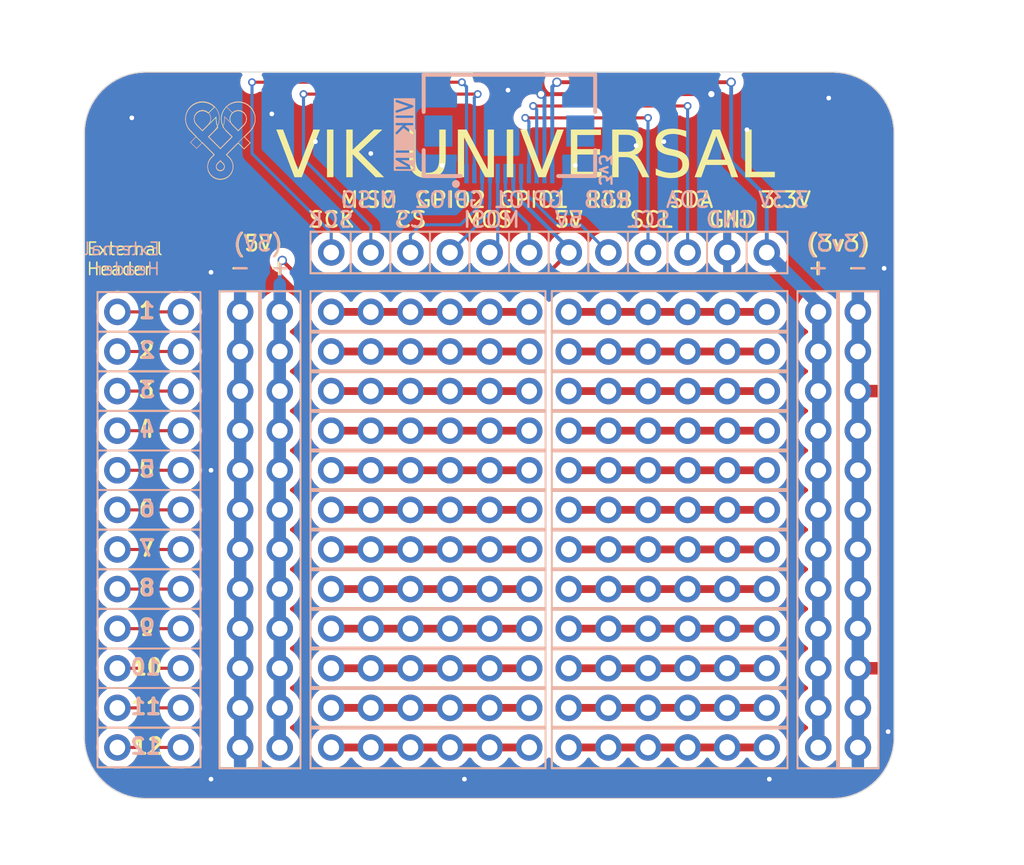
<source format=kicad_pcb>
(kicad_pcb (version 20221018) (generator pcbnew)
  (layers (0 "F.Cu" signal) (31 "B.Cu" signal) (34 "B.Paste" user) (35 "F.Paste" user) (36 "B.SilkS" user "B.Silkscreen") (37 "F.SilkS" user "F.Silkscreen") (38 "B.Mask" user) (39 "F.Mask" user) (44 "Edge.Cuts" user))
  (net 0 "")
  (net 1 "GND")
  (net 2 "VDD_5V")
  (net 3 "VDD_3.3V")
  (net 4 "CS")
  (net 5 "GPIO_AD2")
  (net 6 "RGB_LED_IN")
  (net 7 "SCLK")
  (net 8 "MOSI")
  (net 9 "MISO")
  (net 10 "SCL")
  (net 11 "SDA")
  (net 12 "GPIO_AD1")
  (net 13 "Net-(J1001-Pin_1)")
  (net 14 "Net-(J1001-Pin_2)")
  (net 15 "Net-(J1001-Pin_3)")
  (net 16 "Net-(J1001-Pin_4)")
  (net 17 "Net-(J1001-Pin_5)")
  (net 18 "Net-(J1001-Pin_6)")
  (net 19 "Net-(J1001-Pin_7)")
  (net 20 "Net-(J1001-Pin_8)")
  (net 21 "Net-(J1001-Pin_9)")
  (net 22 "Net-(J1001-Pin_10)")
  (net 23 "Net-(J1001-Pin_11)")
  (net 24 "Net-(J1001-Pin_12)")
  (net 25 "Net-(J1005-Pin_1)")
  (net 26 "Net-(J1005-Pin_10)")
  (net 27 "Net-(J1006-Pin_1)")
  (net 28 "Net-(J1006-Pin_10)")
  (net 29 "Net-(J1007-Pin_1)")
  (net 30 "Net-(J1007-Pin_10)")
  (net 31 "Net-(J1008-Pin_1)")
  (net 32 "Net-(J1008-Pin_10)")
  (net 33 "Net-(J1009-Pin_1)")
  (net 34 "Net-(J1009-Pin_10)")
  (net 35 "Net-(J1010-Pin_1)")
  (net 36 "Net-(J1010-Pin_10)")
  (net 37 "Net-(J1012-Pin_1)")
  (net 38 "Net-(J1012-Pin_10)")
  (net 39 "Net-(J1013-Pin_1)")
  (net 40 "Net-(J1013-Pin_10)")
  (net 41 "Net-(J1014-Pin_1)")
  (net 42 "Net-(J1014-Pin_10)")
  (net 43 "Net-(J1018-Pin_1)")
  (net 44 "Net-(J1018-Pin_10)")
  (net 45 "Net-(J1019-Pin_1)")
  (net 46 "Net-(J1019-Pin_10)")
  (net 47 "Net-(J1020-Pin_1)")
  (net 48 "Net-(J1020-Pin_10)")
  (footprint "fingerpunch:PinSocket_1x12_P2.54mm_Vertical_FullSilk" (layer "F.Cu") (at 76.545194 101.6)
    (fp_text reference "J1011" hide)
    (fp_text value "Conn_01x01_Socket")
  )
  (footprint "fingerpunch:PinSocket_1x12_P2.54mm_Vertical_6x6_SplitSilk" (layer "F.Cu") (at 79.847194 101.6 90)
    (fp_text reference "J1005" hide)
    (fp_text value "Conn_01x01_Socket")
  )
  (footprint "fingerpunch:PinSocket_1x12_P2.54mm_Vertical_6x6_SplitSilk" (layer "F.Cu") (at 79.847194 116.84 90)
    (fp_text reference "J1012" hide)
    (fp_text value "Conn_01x01_Socket")
  )
  (footprint "fingerpunch:PinSocket_1x12_P2.54mm_Vertical_6x6_SplitSilk" (layer "F.Cu") (at 79.847194 111.76 90)
    (fp_text reference "J1009" hide)
    (fp_text value "Conn_01x01_Socket")
  )
  (footprint "local:fingerpunch-logo-small" (layer "F.Cu") (at 72.735194 90.424)
    (fp_text reference "REF**" hide)
    (fp_text value "fingerpunch-logo-small" hide)
  )
  (footprint "fingerpunch:PinSocket_1x12_P2.54mm_Vertical_6x6_SplitSilk" (layer "F.Cu") (at 79.847194 109.22 90)
    (fp_text reference "J1008" hide)
    (fp_text value "Conn_01x01_Socket")
  )
  (footprint "fingerpunch:PinSocket_1x12_P2.54mm_Vertical_6x6_SplitSilk" (layer "F.Cu") (at 79.847194 127 90)
    (fp_text reference "J1019" hide)
    (fp_text value "Conn_01x01_Socket")
  )
  (footprint "fingerpunch:PinSocket_1x12_P2.54mm_Vertical_NoSilk" (layer "F.Cu") (at 70.195194 101.6)
    (fp_text reference "J1002" hide)
    (fp_text value "Conn_01x01_Socket")
  )
  (footprint "" (layer "F.Cu") (at 81.648 103.761999)
    (fp_text reference "")
    (fp_text value "")
  )
  (footprint "fingerpunch:PinSocket_1x12_P2.54mm_Vertical_6x6_SplitSilk" (layer "F.Cu") (at 79.847194 119.38 90)
    (fp_text reference "J1013" hide)
    (fp_text value "Conn_01x01_Socket")
  )
  (footprint "fingerpunch:PinSocket_1x12_P2.54mm_Vertical_IndividualSilk" (layer "F.Cu") (at 79.847194 97.79 90)
    (fp_text reference "J1004" hide)
    (fp_text value "Conn_01x01_Socket")
  )
  (footprint "" (layer "F.Cu") (at 81.648 103.761999)
    (fp_text reference "")
    (fp_text value "")
  )
  (footprint "fingerpunch:PinSocket_1x12_P2.54mm_Vertical_FullSilk" (layer "F.Cu") (at 74.005194 101.6)
    (fp_text reference "J1015" hide)
    (fp_text value "Conn_01x01_Socket")
  )
  (footprint "fingerpunch:PinSocket_1x12_P2.54mm_Vertical_6x6_SplitSilk" (layer "F.Cu") (at 79.847194 114.3 90)
    (fp_text reference "J1010" hide)
    (fp_text value "Conn_01x01_Socket")
  )
  (footprint "fingerpunch:PinSocket_1x12_P2.54mm_Vertical_6x6_SplitSilk" (layer "F.Cu") (at 79.847194 106.68 90)
    (fp_text reference "J1007" hide)
    (fp_text value "Conn_01x01_Socket")
  )
  (footprint "fingerpunch:PinSocket_1x12_P2.54mm_Vertical_6x6_SplitSilk" (layer "F.Cu") (at 79.847194 129.54 90)
    (fp_text reference "J1020" hide)
    (fp_text value "Conn_01x01_Socket")
  )
  (footprint "fingerpunch:PinSocket_1x12_P2.54mm_Vertical_FullSilk" (layer "F.Cu") (at 113.629194 101.6)
    (fp_text reference "J1017" hide)
    (fp_text value "Conn_01x01_Socket")
  )
  (footprint "fingerpunch:PinSocket_1x12_P2.54mm_Vertical_6x6_SplitSilk" (layer "F.Cu") (at 79.847194 121.92 90)
    (fp_text reference "J1014" hide)
    (fp_text value "Conn_01x01_Socket")
  )
  (footprint "fingerpunch:PinSocket_1x12_P2.54mm_Vertical_6x6_SplitSilk" (layer "F.Cu") (at 79.847194 104.14 90)
    (fp_text reference "J1006" hide)
    (fp_text value "Conn_01x01_Socket")
  )
  (footprint "fingerpunch:PinSocket_1x12_P2.54mm_Vertical_FullSilk" (layer "F.Cu") (at 111.089194 101.6)
    (fp_text reference "J1016" hide)
    (fp_text value "Conn_01x01_Socket")
  )
  (footprint "fingerpunch:PinSocket_1x12_P2.54mm_Vertical_6x6_SplitSilk" (layer "F.Cu") (at 79.847194 124.46 90)
    (fp_text reference "J1018" hide)
    (fp_text value "Conn_01x01_Socket")
  )
  (footprint "fingerpunch:PinSocket_1x12_P2.54mm_Vertical_NoSilk" (layer "B.Cu") (at 66.131194 101.6 180)
    (fp_text reference "J1001" hide)
    (fp_text value "Conn_01x01_Socket")
  )
  (footprint "vik:vik-module-connector-horizontal" (layer "B.Cu") (at 91.277194 90.686)
    (fp_text reference "J1003" hide)
    (fp_text value "~" hide)
  )
  (footprint "local:fingerpunch-logo-small" (layer "B.Cu") (at 72.735194 90.394 180)
    (fp_text reference "REF**" hide)
    (fp_text value "fingerpunch-logo-small" hide)
  )
  (gr_rect (start 64.861194 128.27) (end 71.465194 125.73) (stroke (width 0.12)) (fill none) (layer "B.SilkS"))
  (gr_rect (start 64.861194 125.73) (end 71.465194 123.19) (stroke (width 0.12)) (fill none) (layer "B.SilkS"))
  (gr_rect (start 64.861194 130.81) (end 71.465194 128.27) (stroke (width 0.12)) (fill none) (layer "B.SilkS"))
  (gr_rect (start 64.861194 102.87) (end 71.465194 100.33) (stroke (width 0.12)) (fill none) (layer "B.SilkS"))
  (gr_rect (start 64.861194 110.49) (end 71.465194 107.95) (stroke (width 0.12)) (fill none) (layer "B.SilkS"))
  (gr_rect (start 64.861194 123.19) (end 71.465194 120.65) (stroke (width 0.12)) (fill none) (layer "B.SilkS"))
  (gr_rect (start 64.861194 118.11) (end 71.465194 115.57) (stroke (width 0.12)) (fill none) (layer "B.SilkS"))
  (gr_rect (start 64.861194 113.03) (end 71.465194 110.49) (stroke (width 0.12)) (fill none) (layer "B.SilkS"))
  (gr_rect (start 64.861194 107.95) (end 71.465194 105.41) (stroke (width 0.12)) (fill none) (layer "B.SilkS"))
  (gr_rect (start 64.861194 105.41) (end 71.465194 102.87) (stroke (width 0.12)) (fill none) (layer "B.SilkS"))
  (gr_rect (start 64.861194 120.65) (end 71.465194 118.11) (stroke (width 0.12)) (fill none) (layer "B.SilkS"))
  (gr_rect (start 64.861194 115.57) (end 71.465194 113.03) (stroke (width 0.12)) (fill none) (layer "B.SilkS"))
  (gr_rect (start 64.861194 107.95) (end 71.465194 110.49) (stroke (width 0.12)) (fill none) (layer "F.SilkS"))
  (gr_rect (start 64.861194 128.27) (end 71.465194 130.81) (stroke (width 0.12)) (fill none) (layer "F.SilkS"))
  (gr_rect (start 64.861194 113.03) (end 71.465194 115.57) (stroke (width 0.12)) (fill none) (layer "F.SilkS"))
  (gr_rect (start 64.861194 105.41) (end 71.465194 107.95) (stroke (width 0.12)) (fill none) (layer "F.SilkS"))
  (gr_rect (start 64.861194 120.65) (end 71.465194 123.19) (stroke (width 0.12)) (fill none) (layer "F.SilkS"))
  (gr_rect (start 64.861194 125.73) (end 71.465194 128.27) (stroke (width 0.12)) (fill none) (layer "F.SilkS"))
  (gr_rect (start 64.861194 123.19) (end 71.465194 125.73) (stroke (width 0.12)) (fill none) (layer "F.SilkS"))
  (gr_rect (start 64.861194 102.87) (end 71.465194 105.41) (stroke (width 0.12)) (fill none) (layer "F.SilkS"))
  (gr_rect (start 64.861194 115.57) (end 71.465194 118.11) (stroke (width 0.12)) (fill none) (layer "F.SilkS"))
  (gr_rect (start 64.861194 110.49) (end 71.465194 113.03) (stroke (width 0.12)) (fill none) (layer "F.SilkS"))
  (gr_rect (start 64.861194 118.11) (end 71.465194 120.65) (stroke (width 0.12)) (fill none) (layer "F.SilkS"))
  (gr_rect (start 64.861194 100.33) (end 71.465194 102.87) (stroke (width 0.12)) (fill none) (layer "F.SilkS"))
  (gr_arc (start 112.024194 86.212271) (mid 114.810209 87.366266) (end 115.964194 90.152271) (stroke (width 0.05)) (layer "Edge.Cuts"))
  (gr_line (start 64.004194 90.152271) (end 64.004194 128.882271) (stroke (width 0.05)) (layer "Edge.Cuts"))
  (gr_line (start 115.964194 128.882271) (end 115.964194 90.152271) (stroke (width 0.05)) (layer "Edge.Cuts"))
  (gr_line (start 112.024194 86.212271) (end 67.944194 86.212271) (stroke (width 0.05)) (layer "Edge.Cuts"))
  (gr_arc (start 67.944194 132.822271) (mid 65.158207 131.668268) (end 64.004194 128.882271) (stroke (width 0.05)) (layer "Edge.Cuts"))
  (gr_line (start 67.944194 132.822271) (end 112.024194 132.822271) (stroke (width 0.05)) (layer "Edge.Cuts"))
  (gr_arc (start 115.964194 128.882271) (mid 114.810205 131.668288) (end 112.024194 132.822271) (stroke (width 0.05)) (layer "Edge.Cuts"))
  (gr_arc (start 64.004194 90.152271) (mid 65.158193 87.366271) (end 67.944194 86.212271) (stroke (width 0.05)) (layer "Edge.Cuts"))
  (gr_text "-" (at 114.391194 99.314) (layer "B.SilkS") (effects (font (size 1 1)) (justify left bottom mirror)))
  (gr_text "6" (at 68.671194 114.808) (layer "B.SilkS") (effects (font (size 1 1) (thickness 0.2) bold) (justify left bottom mirror)))
  (gr_text "1" (at 68.671194 102.108) (layer "B.SilkS") (effects (font (size 1 1) (thickness 0.2) bold) (justify left bottom mirror)))
  (gr_text "GPIO1" (at 94.833194 94.996) (layer "B.SilkS") (effects (font (size 1 1)) (justify left bottom mirror)))
  (gr_text "CS" (at 85.943194 96.266) (layer "B.SilkS") (effects (font (size 1 1)) (justify left bottom mirror)))
  (gr_text "7" (at 68.671194 117.348) (layer "B.SilkS") (effects (font (size 1 1) (thickness 0.2) bold) (justify left bottom mirror)))
  (gr_text "MOSI" (at 92.039194 96.266) (layer "B.SilkS") (effects (font (size 1 1)) (justify left bottom mirror)))
  (gr_text "(5V)" (at 76.799194 97.79) (layer "B.SilkS") (effects (font (size 1 1)) (justify left bottom mirror)))
  (gr_text "5" (at 68.671194 112.268) (layer "B.SilkS") (effects (font (size 1 1) (thickness 0.2) bold) (justify left bottom mirror)))
  (gr_text "External\nHeader" (at 68.925194 99.314) (layer "B.SilkS") (effects (font (size 0.8 0.8) (thickness 0.1)) (justify left bottom mirror)))
  (gr_text "2" (at 68.671194 104.648) (layer "B.SilkS") (effects (font (size 1 1) (thickness 0.2) bold) (justify left bottom mirror)))
  (gr_text "4" (at 68.671194 109.728) (layer "B.SilkS") (effects (font (size 1 1) (thickness 0.2) bold) (justify left bottom mirror)))
  (gr_text "(3v3)" (at 114.391194 97.79) (layer "B.SilkS") (effects (font (size 1 1)) (justify left bottom mirror)))
  (gr_text "+" (at 111.851194 99.314) (layer "B.SilkS") (effects (font (size 1 1)) (justify left bottom mirror)))
  (gr_text "SCL" (at 101.691194 96.266) (layer "B.SilkS") (effects (font (size 1 1)) (justify left bottom mirror)))
  (gr_text "+" (at 77.307194 99.314) (layer "B.SilkS") (effects (font (size 1 1)) (justify left bottom mirror)))
  (gr_text "RGB" (at 99.151194 94.996) (layer "B.SilkS") (effects (font (size 1 1)) (justify left bottom mirror)))
  (gr_text "8" (at 68.671194 119.888) (layer "B.SilkS") (effects (font (size 1 1) (thickness 0.2) bold) (justify left bottom mirror)))
  (gr_text "11" (at 69.025194 127.508) (layer "B.SilkS") (effects (font (size 1 1) (thickness 0.2) bold) (justify left bottom mirror)))
  (gr_text "9" (at 68.671194 122.428) (layer "B.SilkS") (effects (font (size 1 1) (thickness 0.2) bold) (justify left bottom mirror)))
  (gr_text "3" (at 68.671194 107.188) (layer "B.SilkS") (effects (font (size 1 1) (thickness 0.2) bold) (justify left bottom mirror)))
  (gr_text "-" (at 74.767194 99.314) (layer "B.SilkS") (effects (font (size 1 1)) (justify left bottom mirror)))
  (gr_text "3.3V" (at 110.581194 94.996) (layer "B.SilkS") (effects (font (size 1 1)) (justify left bottom mirror)))
  (gr_text "SCK" (at 81.371194 96.266) (layer "B.SilkS") (effects (font (size 1 1)) (justify left bottom mirror)))
  (gr_text "MISO" (at 84.165194 94.996) (layer "B.SilkS") (effects (font (size 1 1)) (justify left bottom mirror)))
  (gr_text "10" (at 69.025194 124.968) (layer "B.SilkS") (effects (font (size 1 1) (thickness 0.2) bold) (justify left bottom mirror)))
  (gr_text "SDA" (at 104.231194 94.996) (layer "B.SilkS") (effects (font (size 1 1)) (justify left bottom mirror)))
  (gr_text "12" (at 69.025194 130.048) (layer "B.SilkS") (effects (font (size 1 1) (thickness 0.2) bold) (justify left bottom mirror)))
  (gr_text "GND" (at 107.025194 96.266) (layer "B.SilkS") (effects (font (size 1 1)) (justify left bottom mirror)))
  (gr_text "GPIO2" (at 89.753194 94.996) (layer "B.SilkS") (effects (font (size 1 1)) (justify left bottom mirror)))
  (gr_text "5V" (at 96.103194 96.266) (layer "B.SilkS") (effects (font (size 1 1)) (justify left bottom mirror)))
  (gr_text "-" (at 73.243194 99.314) (layer "F.SilkS") (effects (font (size 1 1)) (justify left bottom)))
  (gr_text "5" (at 67.401194 112.268) (layer "F.SilkS") (effects (font (size 1 1) (thickness 0.2) bold) (justify left bottom)))
  (gr_text "-" (at 112.867194 99.314) (layer "F.SilkS") (effects (font (size 1 1)) (justify left bottom)))
  (gr_text "3.3V" (at 107.279194 94.996) (layer "F.SilkS") (effects (font (size 1 1)) (justify left bottom)))
  (gr_text "11" (at 66.893194 127.508) (layer "F.SilkS") (effects (font (size 1 1) (thickness 0.2) bold) (justify left bottom)))
  (gr_text "SCK" (at 78.323194 96.266) (layer "F.SilkS") (effects (font (size 1 1)) (justify left bottom)))
  (gr_text "+" (at 110.327194 99.314) (layer "F.SilkS") (effects (font (size 1 1)) (justify left bottom)))
  (gr_text "7" (at 67.401194 117.348) (layer "F.SilkS") (effects (font (size 1 1) (thickness 0.2) bold) (justify left bottom)))
  (gr_text "+" (at 75.783194 99.314) (layer "F.SilkS") (effects (font (size 1 1)) (justify left bottom)))
  (gr_text "1" (at 67.401194 102.108) (layer "F.SilkS") (effects (font (size 1 1) (thickness 0.2) bold) (justify left bottom)))
  (gr_text "3" (at 67.401194 107.188) (layer "F.SilkS") (effects (font (size 1 1) (thickness 0.2) bold) (justify left bottom)))
  (gr_text "CS" (at 83.911194 96.266) (layer "F.SilkS") (effects (font (size 1 1)) (justify left bottom)))
  (gr_text "2" (at 67.401194 104.648) (layer "F.SilkS") (effects (font (size 1 1) (thickness 0.2) bold) (justify left bottom)))
  (gr_text "MISO" (at 80.355194 94.996) (layer "F.SilkS") (effects (font (size 1 1)) (justify left bottom)))
  (gr_text "9" (at 67.401194 122.428) (layer "F.SilkS") (effects (font (size 1 1) (thickness 0.2) bold) (justify left bottom)))
  (gr_text "8" (at 67.401194 119.888) (layer "F.SilkS") (effects (font (size 1 1) (thickness 0.2) bold) (justify left bottom)))
  (gr_text "VIK UNIVERSAL" (at 76.291194 93.472) (layer "F.SilkS") (effects (font (size 3 3) (thickness 0.75)) (justify left bottom)))
  (gr_text "External\nHeader" (at 64.099194 99.314) (layer "F.SilkS") (effects (font (size 0.8 0.8) (thickness 0.1)) (justify left bottom)))
  (gr_text "(3v3)" (at 110.327194 97.79) (layer "F.SilkS") (effects (font (size 1 1)) (justify left bottom)))
  (gr_text "SCL" (at 98.897194 96.266) (layer "F.SilkS") (effects (font (size 1 1)) (justify left bottom)))
  (gr_text "GND" (at 103.977194 96.266) (layer "F.SilkS") (effects (font (size 1 1)) (justify left bottom)))
  (gr_text "SDA" (at 101.437194 94.996) (layer "F.SilkS") (effects (font (size 1 1)) (justify left bottom)))
  (gr_text "GPIO1" (at 90.515194 94.996) (layer "F.SilkS") (effects (font (size 1 1)) (justify left bottom)))
  (gr_text "5V" (at 94.071194 96.266) (layer "F.SilkS") (effects (font (size 1 1)) (justify left bottom)))
  (gr_text "RGB" (at 96.103194 94.996) (layer "F.SilkS") (effects (font (size 1 1)) (justify left bottom)))
  (gr_text "GPIO2" (at 85.181194 94.996) (layer "F.SilkS") (effects (font (size 1 1)) (justify left bottom)))
  (gr_text "4" (at 67.401194 109.728) (layer "F.SilkS") (effects (font (size 1 1) (thickness 0.2) bold) (justify left bottom)))
  (gr_text "(5V)" (at 73.497194 97.79) (layer "F.SilkS") (effects (font (size 1 1)) (justify left bottom)))
  (gr_text "6" (at 67.401194 114.808) (layer "F.SilkS") (effects (font (size 1 1) (thickness 0.2) bold) (justify left bottom)))
  (gr_text "10" (at 66.943194 124.968) (layer "F.SilkS") (effects (font (size 1 1) (thickness 0.2) bold) (justify left bottom)))
  (gr_text "12" (at 66.993194 130.048) (layer "F.SilkS") (effects (font (size 1 1) (thickness 0.2) bold) (justify left bottom)))
  (gr_text "MOSI" (at 88.229194 96.266) (layer "F.SilkS") (effects (font (size 1 1)) (justify left bottom)))
  (segment (start 113.629194 106.68) (end 115.062 106.68) (width 0.8) (layer "F.Cu") (net 1))
  (segment (start 104.231194 87.63) (end 93.309194 87.63) (width 0.25) (layer "F.Cu") (net 1))
  (segment (start 113.629194 124.46) (end 115.062 124.46) (width 0.8) (layer "F.Cu") (net 1))
  (via (at 104.231194 87.63) (size 0.6) (drill 0.4) (layers "F.Cu" "B.Cu") (net 1))
  (via (at 106.517194 89.916) (size 0.5) (drill 0.3) (layers "F.Cu" "B.Cu") (net 1))
  (via (at 93.309194 87.63) (size 0.6) (drill 0.4) (layers "F.Cu" "B.Cu") (net 1))
  (via (at 91.186 87.376) (size 0.5) (drill 0.3) (layers "F.Cu" "B.Cu") (net 1))
  (via (at 95.504 92.202) (size 0.5) (drill 0.3) (layers "F.Cu" "B.Cu") (net 1))
  (via (at 67.056 89.154) (size 0.5) (drill 0.3) (layers "F.Cu" "B.Cu") (net 1))
  (via (at 99.405194 90.932) (size 0.5) (drill 0.3) (layers "F.Cu" "B.Cu") (net 1))
  (via (at 76.037194 88.9) (size 0.5) (drill 0.3) (layers "F.Cu" "B.Cu") (net 1))
  (via (at 111.76 87.884) (size 0.5) (drill 0.3) (layers "F.Cu" "B.Cu") (net 1))
  (via (at 78.831194 90.678) (size 0.5) (drill 0.3) (layers "F.Cu" "B.Cu") (net 1))
  (via (at 115.316 98.806) (size 0.5) (drill 0.3) (layers "F.Cu" "B.Cu") (net 1))
  (via (at 72.136 131.572) (size 0.5) (drill 0.3) (layers "F.Cu" "B.Cu") (net 1))
  (via (at 107.95 131.572) (size 0.5) (drill 0.3) (layers "F.Cu" "B.Cu") (net 1))
  (via (at 82.387194 91.44) (size 0.5) (drill 0.3) (layers "F.Cu" "B.Cu") (net 1))
  (via (at 72.136 111.76) (size 0.5) (drill 0.3) (layers "F.Cu" "B.Cu") (net 1))
  (via (at 115.57 128.524) (size 0.5) (drill 0.3) (layers "F.Cu" "B.Cu") (net 1))
  (via (at 88.392 131.572) (size 0.5) (drill 0.3) (layers "F.Cu" "B.Cu") (net 1))
  (via (at 72.136 99.06) (size 0.5) (drill 0.3) (layers "F.Cu" "B.Cu") (net 1))
  (via (at 101.183194 90.678) (size 0.5) (drill 0.3) (layers "F.Cu" "B.Cu") (net 1))
  (via (at 86.959194 92.202) (size 0.5) (drill 0.3) (layers "F.Cu" "B.Cu") (net 1))
  (segment (start 113.629194 121.92) (end 113.629194 124.46) (width 0.8) (layer "B.Cu") (net 1))
  (segment (start 113.629194 124.46) (end 113.629194 127) (width 0.8) (layer "B.Cu") (net 1))
  (segment (start 113.629194 114.3) (end 113.629194 116.84) (width 0.8) (layer "B.Cu") (net 1))
  (segment (start 74.005194 116.84) (end 74.005194 119.38) (width 0.8) (layer "B.Cu") (net 1))
  (segment (start 74.005194 109.22) (end 74.005194 111.76) (width 0.8) (layer "B.Cu") (net 1))
  (segment (start 74.005194 106.68) (end 74.005194 109.22) (width 0.8) (layer "B.Cu") (net 1))
  (segment (start 74.005194 127) (end 74.005194 129.54) (width 0.8) (layer "B.Cu") (net 1))
  (segment (start 105.247194 93.98) (end 105.247194 97.79) (width 0.25) (layer "B.Cu") (net 1))
  (segment (start 74.005194 119.38) (end 74.005194 121.92) (width 0.8) (layer "B.Cu") (net 1))
  (segment (start 93.309194 87.63) (end 93.527194 87.848) (width 0.25) (layer "B.Cu") (net 1))
  (segment (start 113.629194 129.54) (end 113.629194 131.318) (width 0.8) (layer "B.Cu") (net 1))
  (segment (start 74.005194 124.46) (end 74.005194 127) (width 0.8) (layer "B.Cu") (net 1))
  (segment (start 113.629194 119.38) (end 113.629194 121.92) (width 0.8) (layer "B.Cu") (net 1))
  (segment (start 74.005194 101.6) (end 74.005194 104.14) (width 0.8) (layer "B.Cu") (net 1))
  (segment (start 74.005194 104.14) (end 74.005194 106.68) (width 0.8) (layer "B.Cu") (net 1))
  (segment (start 74.005194 111.76) (end 74.005194 114.3) (width 0.8) (layer "B.Cu") (net 1))
  (segment (start 93.527194 87.848) (end 93.527194 92.724) (width 0.25) (layer "B.Cu") (net 1))
  (segment (start 113.629194 104.14) (end 113.629194 106.68) (width 0.8) (layer "B.Cu") (net 1))
  (segment (start 74.005194 101.6) (end 74.005194 99.822) (width 0.8) (layer "B.Cu") (net 1))
  (segment (start 113.629194 111.76) (end 113.629194 114.3) (width 0.8) (layer "B.Cu") (net 1))
  (segment (start 113.629194 127) (end 113.629194 129.54) (width 0.8) (layer "B.Cu") (net 1))
  (segment (start 74.005194 129.54) (end 74.005194 131.572) (width 0.8) (layer "B.Cu") (net 1))
  (segment (start 105.247194 93.98) (end 104.231194 92.964) (width 0.25) (layer "B.Cu") (net 1))
  (segment (start 113.629194 106.68) (end 113.629194 109.22) (width 0.8) (layer "B.Cu") (net 1))
  (segment (start 104.231194 92.964) (end 104.231194 87.63) (width 0.25) (layer "B.Cu") (net 1))
  (segment (start 113.629194 101.6) (end 113.629194 104.14) (width 0.8) (layer "B.Cu") (net 1))
  (segment (start 74.005194 114.3) (end 74.005194 116.84) (width 0.8) (layer "B.Cu") (net 1))
  (segment (start 113.629194 109.22) (end 113.629194 111.76) (width 0.8) (layer "B.Cu") (net 1))
  (segment (start 113.629194 101.6) (end 113.629194 99.822) (width 0.8) (layer "B.Cu") (net 1))
  (segment (start 113.629194 116.84) (end 113.629194 119.38) (width 0.8) (layer "B.Cu") (net 1))
  (segment (start 74.005194 121.92) (end 74.005194 124.46) (width 0.8) (layer "B.Cu") (net 1))
  (segment (start 77.978 99.568) (end 76.708 98.298) (width 0.25) (layer "F.Cu") (net 2))
  (segment (start 95.087194 97.79) (end 93.309194 99.568) (width 0.25) (layer "F.Cu") (net 2))
  (segment (start 93.309194 99.568) (end 91.44 99.568) (width 0.25) (layer "F.Cu") (net 2))
  (segment (start 91.44 99.568) (end 77.978 99.568) (width 0.25) (layer "F.Cu") (net 2))
  (via (at 76.708 98.298) (size 0.6) (drill 0.4) (layers "F.Cu" "B.Cu") (net 2))
  (segment (start 76.545194 127) (end 76.545194 129.54) (width 0.8) (layer "B.Cu") (net 2))
  (segment (start 76.534077 106.674173) (end 76.534077 109.214173) (width 0.8) (layer "B.Cu") (net 2))
  (segment (start 76.545194 101.6) (end 76.545194 104.14) (width 0.8) (layer "B.Cu") (net 2))
  (segment (start 76.545194 124.46) (end 76.545194 127) (width 0.8) (layer "B.Cu") (net 2))
  (segment (start 76.708 98.298) (end 76.545194 98.460806) (width 0.25) (layer "B.Cu") (net 2))
  (segment (start 91.527194 93.976) (end 95.087194 97.536) (width 0.25) (layer "B.Cu") (net 2))
  (segment (start 91.527194 92.724) (end 91.527194 93.976) (width 0.25) (layer "B.Cu") (net 2))
  (segment (start 76.545194 104.14) (end 76.545194 106.68) (width 0.8) (layer "B.Cu") (net 2))
  (segment (start 76.545194 114.3) (end 76.545194 116.84) (width 0.8) (layer "B.Cu") (net 2))
  (segment (start 76.545194 101.6) (end 76.545194 99.822) (width 0.8) (layer "B.Cu") (net 2))
  (segment (start 76.545194 111.76) (end 76.545194 114.3) (width 0.8) (layer "B.Cu") (net 2))
  (segment (start 76.545194 116.84) (end 76.545194 119.38) (width 0.8) (layer "B.Cu") (net 2))
  (segment (start 76.545194 98.460806) (end 76.545194 99.822) (width 0.25) (layer "B.Cu") (net 2))
  (segment (start 95.087194 97.536) (end 95.087194 97.79) (width 0.25) (layer "B.Cu") (net 2))
  (segment (start 76.545194 109.22) (end 76.545194 111.76) (width 0.8) (layer "B.Cu") (net 2))
  (segment (start 76.545194 119.38) (end 76.545194 121.92) (width 0.8) (layer "B.Cu") (net 2))
  (segment (start 76.545194 121.92) (end 76.545194 124.46) (width 0.8) (layer "B.Cu") (net 2))
  (segment (start 105.501194 86.868) (end 94.325194 86.868) (width 0.25) (layer "F.Cu") (net 3))
  (via (at 105.501194 86.868) (size 0.6) (drill 0.4) (layers "F.Cu" "B.Cu") (net 3))
  (via (at 94.325194 86.868) (size 0.6) (drill 0.4) (layers "F.Cu" "B.Cu") (net 3))
  (segment (start 111.089194 101.6) (end 111.089194 104.14) (width 0.8) (layer "B.Cu") (net 3))
  (segment (start 94.027194 87.166) (end 94.027194 92.724) (width 0.25) (layer "B.Cu") (net 3))
  (segment (start 111.089194 121.92) (end 111.089194 124.46) (width 0.8) (layer "B.Cu") (net 3))
  (segment (start 111.089194 114.3) (end 111.089194 116.84) (width 0.8) (layer "B.Cu") (net 3))
  (segment (start 111.089194 104.14) (end 111.089194 106.68) (width 0.8) (layer "B.Cu") (net 3))
  (segment (start 94.325194 86.868) (end 94.027194 87.166) (width 0.25) (layer "B.Cu") (net 3))
  (segment (start 111.089194 116.84) (end 111.089194 119.38) (width 0.8) (layer "B.Cu") (net 3))
  (segment (start 111.089194 106.68) (end 111.089194 109.22) (width 0.8) (layer "B.Cu") (net 3))
  (segment (start 111.089194 111.76) (end 111.089194 114.3) (width 0.8) (layer "B.Cu") (net 3))
  (segment (start 107.787194 94.234) (end 107.787194 97.79) (width 0.25) (layer "B.Cu") (net 3))
  (segment (start 111.089194 119.38) (end 111.089194 121.92) (width 0.8) (layer "B.Cu") (net 3))
  (segment (start 111.089194 127) (end 111.089194 129.54) (width 0.8) (layer "B.Cu") (net 3))
  (segment (start 105.501194 91.948) (end 105.501194 86.868) (width 0.25) (layer "B.Cu") (net 3))
  (segment (start 111.089194 109.22) (end 111.089194 111.76) (width 0.8) (layer "B.Cu") (net 3))
  (segment (start 111.089194 101.092) (end 107.787194 97.79) (width 0.8) (layer "B.Cu") (net 3))
  (segment (start 111.089194 101.6) (end 111.089194 101.092) (width 0.8) (layer "B.Cu") (net 3))
  (segment (start 107.787194 94.234) (end 105.501194 91.948) (width 0.25) (layer "B.Cu") (net 3))
  (segment (start 111.089194 124.46) (end 111.089194 127) (width 0.8) (layer "B.Cu") (net 3))
  (segment (start 89.527194 94.622806) (end 88.138 96.012) (width 0.2) (layer "B.Cu") (net 4))
  (segment (start 85.598 96.012) (end 84.927194 96.682806) (width 0.2) (layer "B.Cu") (net 4))
  (segment (start 89.527194 92.724) (end 89.527194 94.622806) (width 0.2) (layer "B.Cu") (net 4))
  (segment (start 88.138 96.012) (end 85.598 96.012) (width 0.2) (layer "B.Cu") (net 4))
  (segment (start 84.927194 96.682806) (end 84.927194 97.79) (width 0.2) (layer "B.Cu") (net 4))
  (segment (start 90.027194 94.722) (end 90.027194 92.724) (width 0.2) (layer "B.Cu") (net 5))
  (segment (start 87.467194 97.79) (end 90.007194 95.25) (width 0.2) (layer "B.Cu") (net 5))
  (segment (start 90.007194 94.742) (end 90.027194 94.722) (width 0.2) (layer "B.Cu") (net 5))
  (segment (start 90.007194 95.25) (end 90.007194 94.742) (width 0.2) (layer "B.Cu") (net 5))
  (segment (start 92.027194 92.724) (end 92.027194 93.714) (width 0.2) (layer "B.Cu") (net 6))
  (segment (start 94.325194 96.012) (end 95.849194 96.012) (width 0.2) (layer "B.Cu") (net 6))
  (segment (start 95.849194 96.012) (end 97.627194 97.79) (width 0.2) (layer "B.Cu") (net 6))
  (segment (start 92.027194 93.714) (end 94.325194 96.012) (width 0.2) (layer "B.Cu") (net 6))
  (segment (start 74.767194 86.868) (end 88.229194 86.868) (width 0.2) (layer "F.Cu") (net 7))
  (via (at 74.767194 86.868) (size 0.5) (drill 0.3) (layers "F.Cu" "B.Cu") (net 7))
  (via (at 88.229194 86.868) (size 0.5) (drill 0.3) (layers "F.Cu" "B.Cu") (net 7))
  (segment (start 79.847194 96.52) (end 74.767194 91.44) (width 0.2) (layer "B.Cu") (net 7))
  (segment (start 74.767194 91.44) (end 74.767194 86.868) (width 0.2) (layer "B.Cu") (net 7))
  (segment (start 88.229194 86.868) (end 88.527194 87.166) (width 0.2) (layer "B.Cu") (net 7))
  (segment (start 79.847194 97.79) (end 79.847194 96.52) (width 0.2) (layer "B.Cu") (net 7))
  (segment (start 88.527194 87.166) (end 88.527194 92.724) (width 0.2) (layer "B.Cu") (net 7))
  (segment (start 90.527194 92.724) (end 90.527194 97.27) (width 0.2) (layer "B.Cu") (net 8))
  (segment (start 90.527194 97.27) (end 90.007194 97.79) (width 0.2) (layer "B.Cu") (net 8))
  (segment (start 78.069194 87.63) (end 89.245194 87.63) (width 0.2) (layer "F.Cu") (net 9))
  (via (at 89.245194 87.63) (size 0.5) (drill 0.3) (layers "F.Cu" "B.Cu") (net 9))
  (via (at 78.069194 87.63) (size 0.5) (drill 0.3) (layers "F.Cu" "B.Cu") (net 9))
  (segment (start 89.027194 87.848) (end 89.027194 92.724) (width 0.2) (layer "B.Cu") (net 9))
  (segment (start 89.245194 87.63) (end 89.027194 87.848) (width 0.2) (layer "B.Cu") (net 9))
  (segment (start 78.069194 91.785194) (end 78.069194 87.63) (width 0.2) (layer "B.Cu") (net 9))
  (segment (start 82.387194 96.103194) (end 78.069194 91.785194) (width 0.2) (layer "B.Cu") (net 9))
  (segment (start 82.387194 97.79) (end 82.387194 96.103194) (width 0.2) (layer "B.Cu") (net 9))
  (segment (start 100.167194 89.154) (end 92.293194 89.154) (width 0.2) (layer "F.Cu") (net 10))
  (via (at 92.293194 89.154) (size 0.5) (drill 0.3) (layers "F.Cu" "B.Cu") (net 10))
  (via (at 100.167194 89.154) (size 0.5) (drill 0.3) (layers "F.Cu" "B.Cu") (net 10))
  (segment (start 100.167194 89.154) (end 100.167194 97.79) (width 0.2) (layer "B.Cu") (net 10))
  (segment (start 92.293194 89.154) (end 92.527194 89.388) (width 0.2) (layer "B.Cu") (net 10))
  (segment (start 92.527194 89.388) (end 92.527194 92.724) (width 0.2) (layer "B.Cu") (net 10))
  (segment (start 102.707194 88.392) (end 92.801194 88.392) (width 0.2) (layer "F.Cu") (net 11))
  (via (at 102.707194 88.392) (size 0.5) (drill 0.3) (layers "F.Cu" "B.Cu") (net 11))
  (via (at 92.801194 88.392) (size 0.5) (drill 0.3) (layers "F.Cu" "B.Cu") (net 11))
  (segment (start 92.801194 88.392) (end 93.027194 88.618) (width 0.2) (layer "B.Cu") (net 11))
  (segment (start 93.027194 88.618) (end 93.027194 92.724) (width 0.2) (layer "B.Cu") (net 11))
  (segment (start 102.707194 88.392) (end 102.707194 97.79) (width 0.2) (layer "B.Cu") (net 11))
  (segment (start 91.027194 92.724) (end 91.027194 94.492) (width 0.2) (layer "B.Cu") (net 12))
  (segment (start 92.547194 96.012) (end 92.547194 97.79) (width 0.2) (layer "B.Cu") (net 12))
  (segment (start 91.027194 94.492) (end 92.547194 96.012) (width 0.2) (layer "B.Cu") (net 12))
  (segment (start 66.131194 101.6) (end 70.195194 101.6) (width 0.2) (layer "F.Cu") (net 13))
  (segment (start 66.131194 104.14) (end 70.195194 104.14) (width 0.2) (layer "F.Cu") (net 14))
  (segment (start 66.131194 106.68) (end 70.195194 106.68) (width 0.2) (layer "F.Cu") (net 15))
  (segment (start 66.131194 109.22) (end 70.195194 109.22) (width 0.2) (layer "F.Cu") (net 16))
  (segment (start 66.131194 111.76) (end 70.195194 111.76) (width 0.2) (layer "F.Cu") (net 17))
  (segment (start 66.131194 114.3) (end 70.195194 114.3) (width 0.2) (layer "F.Cu") (net 18))
  (segment (start 66.131194 116.84) (end 70.195194 116.84) (width 0.2) (layer "F.Cu") (net 19))
  (segment (start 66.131194 119.38) (end 70.195194 119.38) (width 0.2) (layer "F.Cu") (net 20))
  (segment (start 66.131194 121.92) (end 70.195194 121.92) (width 0.2) (layer "F.Cu") (net 21))
  (segment (start 66.131194 124.46) (end 70.195194 124.46) (width 0.2) (layer "F.Cu") (net 22))
  (segment (start 66.131194 127) (end 70.195194 127) (width 0.2) (layer "F.Cu") (net 23))
  (segment (start 66.131194 129.54) (end 70.195194 129.54) (width 0.2) (layer "F.Cu") (net 24))
  (segment (start 92.547194 101.6) (end 90.007194 101.6) (width 0.5) (layer "F.Cu") (net 25))
  (segment (start 82.387194 101.6) (end 79.847194 101.6) (width 0.5) (layer "F.Cu") (net 25))
  (segment (start 87.467194 101.6) (end 84.927194 101.6) (width 0.5) (layer "F.Cu") (net 25))
  (segment (start 84.927194 101.6) (end 82.387194 101.6) (width 0.5) (layer "F.Cu") (net 25))
  (segment (start 90.007194 101.6) (end 87.467194 101.6) (width 0.5) (layer "F.Cu") (net 25))
  (segment (start 107.787194 101.6) (end 105.247194 101.6) (width 0.5) (layer "F.Cu") (net 26))
  (segment (start 97.627194 101.6) (end 95.087194 101.6) (width 0.5) (layer "F.Cu") (net 26))
  (segment (start 102.707194 101.6) (end 100.167194 101.6) (width 0.5) (layer "F.Cu") (net 26))
  (segment (start 105.247194 101.6) (end 102.707194 101.6) (width 0.5) (layer "F.Cu") (net 26))
  (segment (start 100.167194 101.6) (end 97.627194 101.6) (width 0.5) (layer "F.Cu") (net 26))
  (segment (start 82.387194 104.14) (end 79.847194 104.14) (width 0.5) (layer "F.Cu") (net 27))
  (segment (start 92.547194 104.14) (end 90.007194 104.14) (width 0.5) (layer "F.Cu") (net 27))
  (segment (start 87.467194 104.14) (end 84.927194 104.14) (width 0.5) (layer "F.Cu") (net 27))
  (segment (start 84.927194 104.14) (end 82.387194 104.14) (width 0.5) (layer "F.Cu") (net 27))
  (segment (start 90.007194 104.14) (end 87.467194 104.14) (width 0.5) (layer "F.Cu") (net 27))
  (segment (start 102.707194 104.14) (end 100.167194 104.14) (width 0.5) (layer "F.Cu") (net 28))
  (segment (start 97.627194 104.14) (end 95.087194 104.14) (width 0.5) (layer "F.Cu") (net 28))
  (segment (start 107.787194 104.14) (end 105.247194 104.14) (width 0.5) (layer "F.Cu") (net 28))
  (segment (start 100.167194 104.14) (end 97.627194 104.14) (width 0.5) (layer "F.Cu") (net 28))
  (segment (start 105.247194 104.14) (end 102.707194 104.14) (width 0.5) (layer "F.Cu") (net 28))
  (segment (start 92.547194 106.68) (end 90.007194 106.68) (width 0.5) (layer "F.Cu") (net 29))
  (segment (start 82.387194 106.68) (end 79.847194 106.68) (width 0.5) (layer "F.Cu") (net 29))
  (segment (start 87.467194 106.68) (end 84.927194 106.68) (width 0.5) (layer "F.Cu") (net 29))
  (segment (start 84.927194 106.68) (end 82.387194 106.68) (width 0.5) (layer "F.Cu") (net 29))
  (segment (start 90.007194 106.68) (end 87.467194 106.68) (width 0.5) (layer "F.Cu") (net 29))
  (segment (start 105.247194 106.68) (end 102.707194 106.68) (width 0.5) (layer "F.Cu") (net 30))
  (segment (start 100.167194 106.68) (end 97.627194 106.68) (width 0.5) (layer "F.Cu") (net 30))
  (segment (start 97.627194 106.68) (end 95.087194 106.68) (width 0.5) (layer "F.Cu") (net 30))
  (segment (start 102.707194 106.68) (end 100.167194 106.68) (width 0.5) (layer "F.Cu") (net 30))
  (segment (start 107.787194 106.68) (end 105.247194 106.68) (width 0.5) (layer "F.Cu") (net 30))
  (segment (start 90.007194 109.22) (end 87.467194 109.22) (width 0.5) (layer "F.Cu") (net 31))
  (segment (start 92.547194 109.22) (end 90.007194 109.22) (width 0.5) (layer "F.Cu") (net 31))
  (segment (start 82.387194 109.22) (end 79.847194 109.22) (width 0.5) (layer "F.Cu") (net 31))
  (segment (start 87.467194 109.22) (end 84.927194 109.22) (width 0.5) (layer "F.Cu") (net 31))
  (segment (start 84.927194 109.22) (end 82.387194 109.22) (width 0.5) (layer "F.Cu") (net 31))
  (segment (start 107.787194 109.22) (end 105.247194 109.22) (width 0.5) (layer "F.Cu") (net 32))
  (segment (start 97.627194 109.22) (end 95.087194 109.22) (width 0.5) (layer "F.Cu") (net 32))
  (segment (start 100.167194 109.22) (end 97.627194 109.22) (width 0.5) (layer "F.Cu") (net 32))
  (segment (start 102.707194 109.22) (end 100.167194 109.22) (width 0.5) (layer "F.Cu") (net 32))
  (segment (start 105.247194 109.22) (end 102.707194 109.22) (width 0.5) (layer "F.Cu") (net 32))
  (segment (start 84.927194 111.76) (end 82.387194 111.76) (width 0.5) (layer "F.Cu") (net 33))
  (segment (start 87.467194 111.76) (end 84.927194 111.76) (width 0.5) (layer "F.Cu") (net 33))
  (segment (start 82.387194 111.76) (end 79.847194 111.76) (width 0.5) (layer "F.Cu") (net 33))
  (segment (start 90.007194 111.76) (end 87.467194 111.76) (width 0.5) (layer "F.Cu") (net 33))
  (segment (start 92.547194 111.76) (end 90.007194 111.76) (width 0.5) (layer "F.Cu") (net 33))
  (segment (start 107.787194 111.76) (end 105.247194 111.76) (width 0.5) (layer "F.Cu") (net 34))
  (segment (start 100.167194 111.76) (end 97.627194 111.76) (width 0.5) (layer "F.Cu") (net 34))
  (segment (start 97.627194 111.76) (end 95.087194 111.76) (width 0.5) (layer "F.Cu") (net 34))
  (segment (start 105.247194 111.76) (end 102.707194 111.76) (width 0.5) (layer "F.Cu") (net 34))
  (segment (start 102.707194 111.76) (end 100.167194 111.76) (width 0.5) (layer "F.Cu") (net 34))
  (segment (start 84.927194 114.3) (end 82.387194 114.3) (width 0.5) (layer "F.Cu") (net 35))
  (segment (start 82.387194 114.3) (end 79.847194 114.3) (width 0.5) (layer "F.Cu") (net 35))
  (segment (start 87.467194 114.3) (end 84.927194 114.3) (width 0.5) (layer "F.Cu") (net 35))
  (segment (start 92.547194 114.3) (end 90.007194 114.3) (width 0.5) (layer "F.Cu") (net 35))
  (segment (start 90.007194 114.3) (end 87.467194 114.3) (width 0.5) (layer "F.Cu") (net 35))
  (segment (start 107.787194 114.3) (end 105.247194 114.3) (width 0.5) (layer "F.Cu") (net 36))
  (segment (start 97.627194 114.3) (end 95.087194 114.3) (width 0.5) (layer "F.Cu") (net 36))
  (segment (start 102.707194 114.3) (end 100.167194 114.3) (width 0.5) (layer "F.Cu") (net 36))
  (segment (start 100.167194 114.3) (end 97.627194 114.3) (width 0.5) (layer "F.Cu") (net 36))
  (segment (start 105.247194 114.3) (end 102.707194 114.3) (width 0.5) (layer "F.Cu") (net 36))
  (segment (start 92.547194 116.84) (end 90.007194 116.84) (width 0.5) (layer "F.Cu") (net 37))
  (segment (start 90.007194 116.84) (end 87.467194 116.84) (width 0.5) (layer "F.Cu") (net 37))
  (segment (start 84.927194 116.84) (end 82.387194 116.84) (width 0.5) (layer "F.Cu") (net 37))
  (segment (start 82.387194 116.84) (end 79.847194 116.84) (width 0.5) (layer "F.Cu") (net 37))
  (segment (start 87.467194 116.84) (end 84.927194 116.84) (width 0.5) (layer "F.Cu") (net 37))
  (segment (start 97.627194 116.84) (end 95.087194 116.84) (width 0.5) (layer "F.Cu") (net 38))
  (segment (start 105.247194 116.84) (end 102.707194 116.84) (width 0.5) (layer "F.Cu") (net 38))
  (segment (start 100.167194 116.84) (end 97.627194 116.84) (width 0.5) (layer "F.Cu") (net 38))
  (segment (start 102.707194 116.84) (end 100.167194 116.84) (width 0.5) (layer "F.Cu") (net 38))
  (segment (start 107.787194 116.84) (end 105.247194 116.84) (width 0.5) (layer "F.Cu") (net 38))
  (segment (start 82.387194 119.38) (end 79.847194 119.38) (width 0.5) (layer "F.Cu") (net 39))
  (segment (start 84.927194 119.38) (end 82.387194 119.38) (width 0.5) (layer "F.Cu") (net 39))
  (segment (start 92.547194 119.38) (end 90.007194 119.38) (width 0.5) (layer "F.Cu") (net 39))
  (segment (start 87.467194 119.38) (end 84.927194 119.38) (width 0.5) (layer "F.Cu") (net 39))
  (segment (start 90.007194 119.38) (end 87.467194 119.38) (width 0.5) (layer "F.Cu") (net 39))
  (segment (start 107.787194 119.38) (end 105.247194 119.38) (width 0.5) (layer "F.Cu") (net 40))
  (segment (start 97.627194 119.38) (end 95.087194 119.38) (width 0.5) (layer "F.Cu") (net 40))
  (segment (start 100.167194 119.38) (end 97.627194 119.38) (width 0.5) (layer "F.Cu") (net 40))
  (segment (start 105.247194 119.38) (end 102.707194 119.38) (width 0.5) (layer "F.Cu") (net 40))
  (segment (start 102.707194 119.38) (end 100.167194 119.38) (width 0.5) (layer "F.Cu") (net 40))
  (segment (start 84.927194 121.92) (end 82.387194 121.92) (width 0.5) (layer "F.Cu") (net 41))
  (segment (start 87.467194 121.92) (end 84.927194 121.92) (width 0.5) (layer "F.Cu") (net 41))
  (segment (start 82.387194 121.92) (end 79.847194 121.92) (width 0.5) (layer "F.Cu") (net 41))
  (segment (start 90.007194 121.92) (end 87.467194 121.92) (width 0.5) (layer "F.Cu") (net 41))
  (segment (start 92.547194 121.92) (end 90.007194 121.92) (width 0.5) (layer "F.Cu") (net 41))
  (segment (start 97.627194 121.92) (end 95.087194 121.92) (width 0.5) (layer "F.Cu") (net 42))
  (segment (start 105.247194 121.92) (end 102.707194 121.92) (width 0.5) (layer "F.Cu") (net 42))
  (segment (start 102.707194 121.92) (end 100.167194 121.92) (width 0.5) (layer "F.Cu") (net 42))
  (segment (start 100.167194 121.92) (end 97.627194 121.92) (width 0.5) (layer "F.Cu") (net 42))
  (segment (start 107.787194 121.92) (end 105.247194 121.92) (width 0.5) (layer "F.Cu") (net 42))
  (segment (start 84.927194 124.46) (end 82.387194 124.46) (width 0.5) (layer "F.Cu") (net 43))
  (segment (start 90.007194 124.46) (end 87.467194 124.46) (width 0.5) (layer "F.Cu") (net 43))
  (segment (start 87.467194 124.46) (end 84.927194 124.46) (width 0.5) (layer "F.Cu") (net 43))
  (segment (start 92.547194 124.46) (end 90.007194 124.46) (width 0.5) (layer "F.Cu") (net 43))
  (segment (start 82.387194 124.46) (end 79.847194 124.46) (width 0.5) (layer "F.Cu") (net 43))
  (segment (start 105.247194 124.46) (end 102.707194 124.46) (width 0.5) (layer "F.Cu") (net 44))
  (segment (start 107.787194 124.46) (end 105.247194 124.46) (width 0.5) (layer "F.Cu") (net 44))
  (segment (start 102.707194 124.46) (end 100.167194 124.46) (width 0.5) (layer "F.Cu") (net 44))
  (segment (start 97.627194 124.46) (end 95.087194 124.46) (width 0.5) (layer "F.Cu") (net 44))
  (segment (start 100.167194 124.46) (end 97.627194 124.46) (width 0.5) (layer "F.Cu") (net 44))
  (segment (start 90.007194 127) (end 87.467194 127) (width 0.5) (layer "F.Cu") (net 45))
  (segment (start 92.547194 127) (end 90.007194 127) (width 0.5) (layer "F.Cu") (net 45))
  (segment (start 84.927194 127) (end 82.387194 127) (width 0.5) (layer "F.Cu") (net 45))
  (segment (start 87.467194 127) (end 84.927194 127) (width 0.5) (layer "F.Cu") (net 45))
  (segment (start 82.387194 127) (end 79.847194 127) (width 0.5) (layer "F.Cu") (net 45))
  (segment (start 100.167194 127) (end 97.627194 127) (width 0.5) (layer "F.Cu") (net 46))
  (segment (start 97.627194 127) (end 95.087194 127) (width 0.5) (layer "F.Cu") (net 46))
  (segment (start 105.247194 127) (end 102.707194 127) (width 0.5) (layer "F.Cu") (net 46))
  (segment (start 102.707194 127) (end 100.167194 127) (width 0.5) (layer "F.Cu") (net 46))
  (segment (start 107.787194 127) (end 105.247194 127) (width 0.5) (layer "F.Cu") (net 46))
  (segment (start 92.547194 129.54) (end 90.007194 129.54) (width 0.5) (layer "F.Cu") (net 47))
  (segment (start 82.387194 129.54) (end 79.847194 129.54) (width 0.5) (layer "F.Cu") (net 47))
  (segment (start 87.467194 129.54) (end 84.927194 129.54) (width 0.5) (layer "F.Cu") (net 47))
  (segment (start 84.927194 129.54) (end 82.387194 129.54) (width 0.5) (layer "F.Cu") (net 47))
  (segment (start 90.007194 129.54) (end 87.467194 129.54) (width 0.5) (layer "F.Cu") (net 47))
  (segment (start 100.167194 129.54) (end 97.627194 129.54) (width 0.5) (layer "F.Cu") (net 48))
  (segment (start 107.787194 129.54) (end 105.247194 129.54) (width 0.5) (layer "F.Cu") (net 48))
  (segment (start 102.707194 129.54) (end 100.167194 129.54) (width 0.5) (layer "F.Cu") (net 48))
  (segment (start 97.627194 129.54) (end 95.087194 129.54) (width 0.5) (layer "F.Cu") (net 48))
  (segment (start 105.247194 129.54) (end 102.707194 129.54) (width 0.5) (layer "F.Cu") (net 48))
  (zone (net 0) (net_name "") (layers "F&B.Cu") (name "No Fill") (connect_pads (clearance 0)) (min_thickness 0.25)
    (keepout (tracks allowed) (vias allowed) (pads allowed) (copperpour not_allowed) (footprints allowed))
    (fill (thermal_gap 0.5) (thermal_bridge_width 0.5))
    (polygon (pts (xy 112.359194 130.81) (xy 114.899194 130.81) (xy 114.899194 100.33) (xy 112.359194 100.33)))
  )
  (zone (net 0) (net_name "") (layers "F&B.Cu") (name "No Fill") (connect_pads (clearance 0)) (min_thickness 0.25)
    (keepout (tracks allowed) (vias allowed) (pads allowed) (copperpour not_allowed) (footprints allowed))
    (fill (thermal_gap 0.5) (thermal_bridge_width 0.5))
    (polygon (pts (xy 72.735194 130.81) (xy 75.275194 130.81) (xy 75.275194 100.33) (xy 72.735194 100.33)))
  )
  (zone (net 1) (net_name "GND") (layers "F&B.Cu") (connect_pads (clearance 0.508)) (min_thickness 0.254) (fill yes (thermal_gap 0.508) (thermal_bridge_width 0.508))
    (polygon (pts (xy 122.519194 81.593833) (xy 124.297194 135.128) (xy 60.797194 135.199602) (xy 60.289194 81.629602)))
  )
)
</source>
